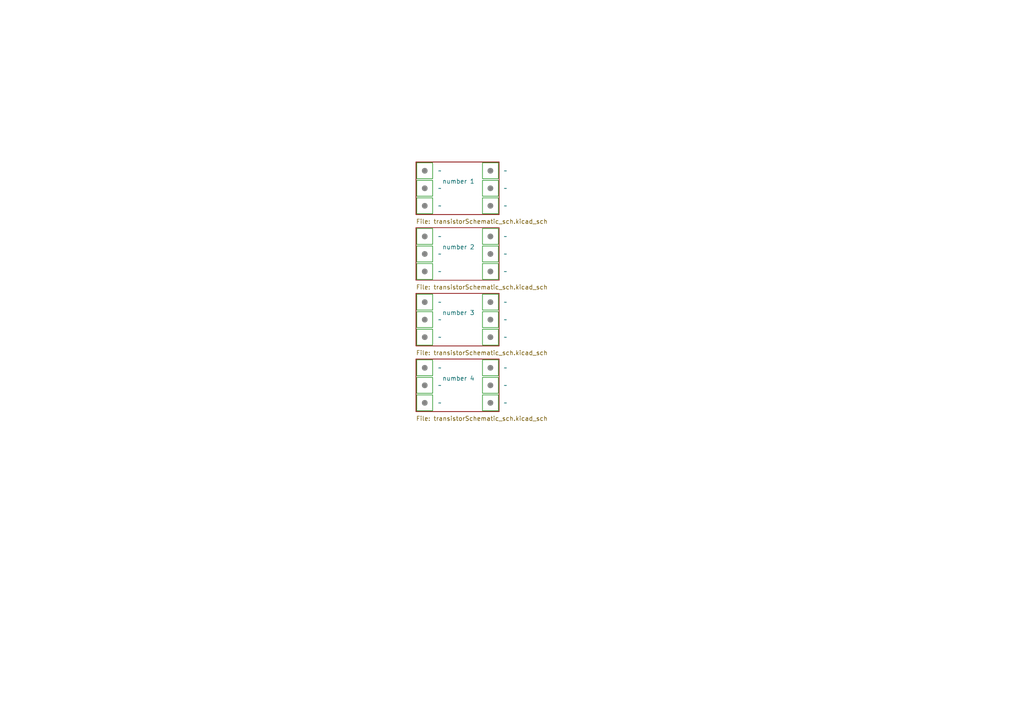
<source format=kicad_sch>
(kicad_sch (version 20231120) (generator "eeschema") (generator_version "8.0")
  (paper "A4")
  (lib_symbols
    (symbol "custom_kicad_lib_sk:screwterminal" (pin_numbers hide) (pin_names (offset 0) hide) (in_bom no) (on_board no)
      (symbol "screwterminal_1_1"
        (rectangle (start -2.3 2.3) (end 2.3 -2.3) (stroke (width 0) (color 0 132 0 1)))
        (circle (center 0 0) (radius 0.762) (stroke (width 0) (color 137 143 138 1)) (fill (type color) (color 132 132 132 1)))
      )
    )
  )
  (symbol (lib_id "custom_kicad_lib_sk:screwterminal") (at 123.19 68.58 0) (unit 1) (in_bom no) (on_board no)
    (property "Reference" "u104" (effects (hide yes)))
    (property "Value" "~" (at 127 68.58 0) (effects (justify left)))
  )
  (symbol (lib_id "custom_kicad_lib_sk:screwterminal") (at 142.24 92.71 0) (unit 1) (in_bom no) (on_board no)
    (property "Reference" "u120" (effects (hide yes)))
    (property "Value" "~" (at 146.05 92.71 0) (effects (justify left)))
  )
  (symbol (lib_id "custom_kicad_lib_sk:screwterminal") (at 142.24 54.61 0) (unit 1) (in_bom no) (on_board no)
    (property "Reference" "u114" (effects (hide yes)))
    (property "Value" "~" (at 146.05 54.61 0) (effects (justify left)))
  )
  (symbol (lib_id "custom_kicad_lib_sk:screwterminal") (at 123.19 106.68 0) (unit 1) (in_bom no) (on_board no)
    (property "Reference" "u110" (effects (hide yes)))
    (property "Value" "~" (at 127 106.68 0) (effects (justify left)))
  )
  (symbol (lib_id "custom_kicad_lib_sk:screwterminal") (at 123.19 87.63 0) (unit 1) (in_bom no) (on_board no)
    (property "Reference" "u107" (effects (hide yes)))
    (property "Value" "~" (at 127 87.63 0) (effects (justify left)))
  )
  (symbol (lib_id "custom_kicad_lib_sk:screwterminal") (at 142.24 111.76 0) (unit 1) (in_bom no) (on_board no)
    (property "Reference" "u123" (effects (hide yes)))
    (property "Value" "~" (at 146.05 111.76 0) (effects (justify left)))
  )
  (symbol (lib_id "custom_kicad_lib_sk:screwterminal") (at 123.19 116.84 0) (unit 1) (in_bom no) (on_board no)
    (property "Reference" "u112" (effects (hide yes)))
    (property "Value" "~" (at 127 116.84 0) (effects (justify left)))
  )
  (symbol (lib_id "custom_kicad_lib_sk:screwterminal") (at 142.24 116.84 0) (unit 1) (in_bom no) (on_board no)
    (property "Reference" "u124" (effects (hide yes)))
    (property "Value" "~" (at 146.05 116.84 0) (effects (justify left)))
  )
  (symbol (lib_id "custom_kicad_lib_sk:screwterminal") (at 123.19 92.71 0) (unit 1) (in_bom no) (on_board no)
    (property "Reference" "u108" (effects (hide yes)))
    (property "Value" "~" (at 127 92.71 0) (effects (justify left)))
  )
  (symbol (lib_id "custom_kicad_lib_sk:screwterminal") (at 123.19 54.61 0) (unit 1) (in_bom no) (on_board no)
    (property "Reference" "u102" (effects (hide yes)))
    (property "Value" "~" (at 127 54.61 0) (effects (justify left)))
  )
  (symbol (lib_id "custom_kicad_lib_sk:screwterminal") (at 142.24 97.79 0) (unit 1) (in_bom no) (on_board no)
    (property "Reference" "u121" (effects (hide yes)))
    (property "Value" "~" (at 146.05 97.79 0) (effects (justify left)))
  )
  (symbol (lib_id "custom_kicad_lib_sk:screwterminal") (at 142.24 106.68 0) (unit 1) (in_bom no) (on_board no)
    (property "Reference" "u122" (effects (hide yes)))
    (property "Value" "~" (at 146.05 106.68 0) (effects (justify left)))
  )
  (symbol (lib_id "custom_kicad_lib_sk:screwterminal") (at 142.24 49.53 0) (unit 1) (in_bom no) (on_board no)
    (property "Reference" "u113" (effects (hide yes)))
    (property "Value" "~" (at 146.05 49.53 0) (effects (justify left)))
  )
  (symbol (lib_id "custom_kicad_lib_sk:screwterminal") (at 142.24 87.63 0) (unit 1) (in_bom no) (on_board no)
    (property "Reference" "u119" (effects (hide yes)))
    (property "Value" "~" (at 146.05 87.63 0) (effects (justify left)))
  )
  (symbol (lib_id "custom_kicad_lib_sk:screwterminal") (at 123.19 78.74 0) (unit 1) (in_bom no) (on_board no)
    (property "Reference" "u106" (effects (hide yes)))
    (property "Value" "~" (at 127 78.74 0) (effects (justify left)))
  )
  (symbol (lib_id "custom_kicad_lib_sk:screwterminal") (at 142.24 78.74 0) (unit 1) (in_bom no) (on_board no)
    (property "Reference" "u118" (effects (hide yes)))
    (property "Value" "~" (at 146.05 78.74 0) (effects (justify left)))
  )
  (symbol (lib_id "custom_kicad_lib_sk:screwterminal") (at 142.24 68.58 0) (unit 1) (in_bom no) (on_board no)
    (property "Reference" "u116" (effects (hide yes)))
    (property "Value" "~" (at 146.05 68.58 0) (effects (justify left)))
  )
  (symbol (lib_id "custom_kicad_lib_sk:screwterminal") (at 142.24 59.69 0) (unit 1) (in_bom no) (on_board no)
    (property "Reference" "u115" (effects (hide yes)))
    (property "Value" "~" (at 146.05 59.69 0) (effects (justify left)))
  )
  (symbol (lib_id "custom_kicad_lib_sk:screwterminal") (at 123.19 97.79 0) (unit 1) (in_bom no) (on_board no)
    (property "Reference" "u109" (effects (hide yes)))
    (property "Value" "~" (at 127 97.79 0) (effects (justify left)))
  )
  (symbol (lib_id "custom_kicad_lib_sk:screwterminal") (at 123.19 49.53 0) (unit 1) (in_bom no) (on_board no)
    (property "Reference" "u101" (effects (hide yes)))
    (property "Value" "~" (at 127 49.53 0) (effects (justify left)))
  )
  (symbol (lib_id "custom_kicad_lib_sk:screwterminal") (at 123.19 73.66 0) (unit 1) (in_bom no) (on_board no)
    (property "Reference" "u105" (effects (hide yes)))
    (property "Value" "~" (at 127 73.66 0) (effects (justify left)))
  )
  (symbol (lib_id "custom_kicad_lib_sk:screwterminal") (at 123.19 111.76 0) (unit 1) (in_bom no) (on_board no)
    (property "Reference" "u111" (effects (hide yes)))
    (property "Value" "~" (at 127 111.76 0) (effects (justify left)))
  )
  (symbol (lib_id "custom_kicad_lib_sk:screwterminal") (at 123.19 59.69 0) (unit 1) (in_bom no) (on_board no)
    (property "Reference" "u103" (effects (hide yes)))
    (property "Value" "~" (at 127 59.69 0) (effects (justify left)))
  )
  (symbol (lib_id "custom_kicad_lib_sk:screwterminal") (at 142.24 73.66 0) (unit 1) (in_bom no) (on_board no)
    (property "Reference" "u117" (effects (hide yes)))
    (property "Value" "~" (at 146.05 73.66 0) (effects (justify left)))
  )
  (sheet (at 120.65 66.04) (size 24.13 15.24) (stroke (width 0.1524))
    (property "Sheetname" "number 2" (at 128.27 72.39 0) (effects (justify left bottom)))
    (property "Sheetfile" "transistorSchematic_sch.kicad_sch" (at 120.65 82.55 0) (effects (justify left top)))
  )
  (sheet (at 120.65 104.14) (size 24.13 15.24) (stroke (width 0.1524))
    (property "Sheetname" "number 4" (at 128.27 110.49 0) (effects (justify left bottom)))
    (property "Sheetfile" "transistorSchematic_sch.kicad_sch" (at 120.65 120.65 0) (effects (justify left top)))
  )
  (sheet (at 120.65 46.99) (size 24.13 15.24) (stroke (width 0.1524))
    (property "Sheetname" "number 1" (at 128.27 53.34 0) (effects (justify left bottom)))
    (property "Sheetfile" "transistorSchematic_sch.kicad_sch" (at 120.65 63.5 0) (effects (justify left top)))
  )
  (sheet (at 120.65 85.09) (size 24.13 15.24) (stroke (width 0.1524))
    (property "Sheetname" "number 3" (at 128.27 91.44 0) (effects (justify left bottom)))
    (property "Sheetfile" "transistorSchematic_sch.kicad_sch" (at 120.65 101.6 0) (effects (justify left top)))
  )
)
</source>
